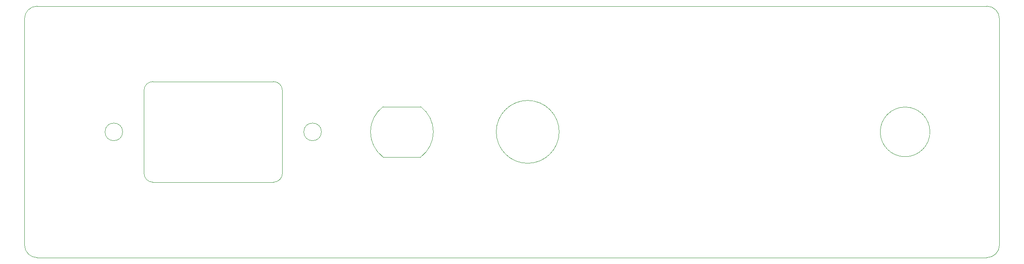
<source format=gm1>
G04 #@! TF.GenerationSoftware,KiCad,Pcbnew,6.0.6-3a73a75311~116~ubuntu22.04.1*
G04 #@! TF.CreationDate,2022-07-16T14:16:35-04:00*
G04 #@! TF.ProjectId,it_is_the_champion_rear_panel,69745f69-735f-4746-9865-5f6368616d70,0*
G04 #@! TF.SameCoordinates,Original*
G04 #@! TF.FileFunction,Profile,NP*
%FSLAX46Y46*%
G04 Gerber Fmt 4.6, Leading zero omitted, Abs format (unit mm)*
G04 Created by KiCad (PCBNEW 6.0.6-3a73a75311~116~ubuntu22.04.1) date 2022-07-16 14:16:35*
%MOMM*%
%LPD*%
G01*
G04 APERTURE LIST*
G04 #@! TA.AperFunction,Profile*
%ADD10C,0.050000*%
G04 #@! TD*
G04 APERTURE END LIST*
D10*
X243840000Y-71120000D02*
X52070000Y-71120000D01*
X243840000Y-121920000D02*
G75*
G03*
X246380000Y-119380000I0J2540000D01*
G01*
X232346500Y-96520000D02*
G75*
G03*
X232346500Y-96520000I-5016500J0D01*
G01*
X52070000Y-121920000D02*
X243840000Y-121920000D01*
X157480000Y-96520000D02*
G75*
G03*
X157480000Y-96520000I-6350000J0D01*
G01*
X246380000Y-119380000D02*
X246380000Y-73660000D01*
X246380000Y-73660000D02*
G75*
G03*
X243840000Y-71120000I-2540000J0D01*
G01*
X109474000Y-96520000D02*
G75*
G03*
X109474000Y-96520000I-1778000J0D01*
G01*
X73660000Y-88138000D02*
X73660000Y-104902000D01*
X75438000Y-106680000D02*
X99822000Y-106680000D01*
X101600000Y-88138000D02*
G75*
G03*
X99822000Y-86360000I-1778000J0D01*
G01*
X69342000Y-96520000D02*
G75*
G03*
X69342000Y-96520000I-1778000J0D01*
G01*
X52070000Y-71120000D02*
G75*
G03*
X49530000Y-73660000I0J-2540000D01*
G01*
X99822000Y-106680000D02*
G75*
G03*
X101600000Y-104902000I0J1778000D01*
G01*
X121920000Y-101600000D02*
X129540000Y-101600000D01*
X101600000Y-88138000D02*
X101600000Y-104902000D01*
X75438000Y-86360000D02*
X99822000Y-86360000D01*
X129540000Y-101600000D02*
G75*
G03*
X129540000Y-91440000I-3810000J5080000D01*
G01*
X73660000Y-104902000D02*
G75*
G03*
X75438000Y-106680000I1778000J0D01*
G01*
X49530000Y-119380000D02*
G75*
G03*
X52070000Y-121920000I2540000J0D01*
G01*
X121920000Y-91440000D02*
X129540000Y-91440000D01*
X49530000Y-73660000D02*
X49530000Y-119380000D01*
X121920000Y-91440000D02*
G75*
G03*
X121920000Y-101600000I3810000J-5080000D01*
G01*
X75438000Y-86360000D02*
G75*
G03*
X73660000Y-88138000I0J-1778000D01*
G01*
M02*

</source>
